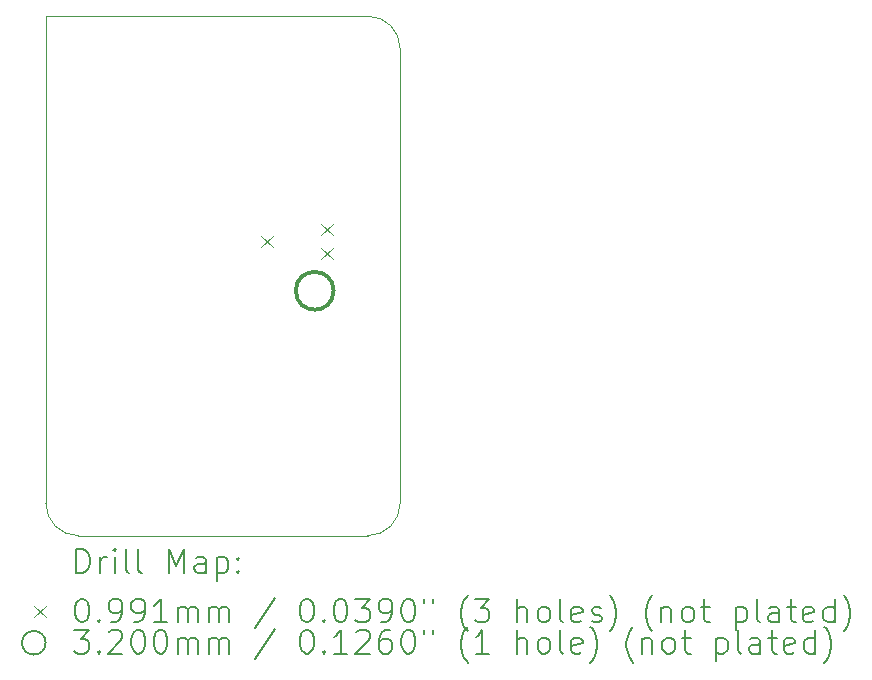
<source format=gbr>
%TF.GenerationSoftware,KiCad,Pcbnew,9.0.0*%
%TF.CreationDate,2025-03-18T22:56:01-07:00*%
%TF.ProjectId,timingGatesSTM32V1,74696d69-6e67-4476-9174-657353544d33,rev?*%
%TF.SameCoordinates,Original*%
%TF.FileFunction,Drillmap*%
%TF.FilePolarity,Positive*%
%FSLAX45Y45*%
G04 Gerber Fmt 4.5, Leading zero omitted, Abs format (unit mm)*
G04 Created by KiCad (PCBNEW 9.0.0) date 2025-03-18 22:56:01*
%MOMM*%
%LPD*%
G01*
G04 APERTURE LIST*
%ADD10C,0.050000*%
%ADD11C,0.200000*%
%ADD12C,0.100000*%
%ADD13C,0.320000*%
G04 APERTURE END LIST*
D10*
X6324000Y-8524000D02*
G75*
G02*
X6334000Y-8514000I10000J0D01*
G01*
X9049000Y-12914000D02*
X6599000Y-12914000D01*
X6324000Y-12639000D02*
X6324000Y-8524000D01*
X9324000Y-8789000D02*
X9324000Y-12639000D01*
X6334000Y-8514000D02*
X9049000Y-8514000D01*
X9324000Y-12639000D02*
G75*
G02*
X9049000Y-12914000I-275000J0D01*
G01*
X9049000Y-8514000D02*
G75*
G02*
X9324000Y-8789000I0J-275000D01*
G01*
X6599000Y-12914000D02*
G75*
G02*
X6324000Y-12639000I0J275000D01*
G01*
D11*
D12*
X8146470Y-10373970D02*
X8245530Y-10473030D01*
X8245530Y-10373970D02*
X8146470Y-10473030D01*
X8654470Y-10272370D02*
X8753530Y-10371430D01*
X8753530Y-10272370D02*
X8654470Y-10371430D01*
X8654470Y-10475570D02*
X8753530Y-10574630D01*
X8753530Y-10475570D02*
X8654470Y-10574630D01*
D13*
X8760000Y-10840000D02*
G75*
G02*
X8440000Y-10840000I-160000J0D01*
G01*
X8440000Y-10840000D02*
G75*
G02*
X8760000Y-10840000I160000J0D01*
G01*
D11*
X6582277Y-13227984D02*
X6582277Y-13027984D01*
X6582277Y-13027984D02*
X6629896Y-13027984D01*
X6629896Y-13027984D02*
X6658467Y-13037508D01*
X6658467Y-13037508D02*
X6677515Y-13056555D01*
X6677515Y-13056555D02*
X6687039Y-13075603D01*
X6687039Y-13075603D02*
X6696562Y-13113698D01*
X6696562Y-13113698D02*
X6696562Y-13142269D01*
X6696562Y-13142269D02*
X6687039Y-13180365D01*
X6687039Y-13180365D02*
X6677515Y-13199412D01*
X6677515Y-13199412D02*
X6658467Y-13218460D01*
X6658467Y-13218460D02*
X6629896Y-13227984D01*
X6629896Y-13227984D02*
X6582277Y-13227984D01*
X6782277Y-13227984D02*
X6782277Y-13094650D01*
X6782277Y-13132746D02*
X6791801Y-13113698D01*
X6791801Y-13113698D02*
X6801324Y-13104174D01*
X6801324Y-13104174D02*
X6820372Y-13094650D01*
X6820372Y-13094650D02*
X6839420Y-13094650D01*
X6906086Y-13227984D02*
X6906086Y-13094650D01*
X6906086Y-13027984D02*
X6896562Y-13037508D01*
X6896562Y-13037508D02*
X6906086Y-13047031D01*
X6906086Y-13047031D02*
X6915610Y-13037508D01*
X6915610Y-13037508D02*
X6906086Y-13027984D01*
X6906086Y-13027984D02*
X6906086Y-13047031D01*
X7029896Y-13227984D02*
X7010848Y-13218460D01*
X7010848Y-13218460D02*
X7001324Y-13199412D01*
X7001324Y-13199412D02*
X7001324Y-13027984D01*
X7134658Y-13227984D02*
X7115610Y-13218460D01*
X7115610Y-13218460D02*
X7106086Y-13199412D01*
X7106086Y-13199412D02*
X7106086Y-13027984D01*
X7363229Y-13227984D02*
X7363229Y-13027984D01*
X7363229Y-13027984D02*
X7429896Y-13170841D01*
X7429896Y-13170841D02*
X7496562Y-13027984D01*
X7496562Y-13027984D02*
X7496562Y-13227984D01*
X7677515Y-13227984D02*
X7677515Y-13123222D01*
X7677515Y-13123222D02*
X7667991Y-13104174D01*
X7667991Y-13104174D02*
X7648943Y-13094650D01*
X7648943Y-13094650D02*
X7610848Y-13094650D01*
X7610848Y-13094650D02*
X7591801Y-13104174D01*
X7677515Y-13218460D02*
X7658467Y-13227984D01*
X7658467Y-13227984D02*
X7610848Y-13227984D01*
X7610848Y-13227984D02*
X7591801Y-13218460D01*
X7591801Y-13218460D02*
X7582277Y-13199412D01*
X7582277Y-13199412D02*
X7582277Y-13180365D01*
X7582277Y-13180365D02*
X7591801Y-13161317D01*
X7591801Y-13161317D02*
X7610848Y-13151793D01*
X7610848Y-13151793D02*
X7658467Y-13151793D01*
X7658467Y-13151793D02*
X7677515Y-13142269D01*
X7772753Y-13094650D02*
X7772753Y-13294650D01*
X7772753Y-13104174D02*
X7791801Y-13094650D01*
X7791801Y-13094650D02*
X7829896Y-13094650D01*
X7829896Y-13094650D02*
X7848943Y-13104174D01*
X7848943Y-13104174D02*
X7858467Y-13113698D01*
X7858467Y-13113698D02*
X7867991Y-13132746D01*
X7867991Y-13132746D02*
X7867991Y-13189888D01*
X7867991Y-13189888D02*
X7858467Y-13208936D01*
X7858467Y-13208936D02*
X7848943Y-13218460D01*
X7848943Y-13218460D02*
X7829896Y-13227984D01*
X7829896Y-13227984D02*
X7791801Y-13227984D01*
X7791801Y-13227984D02*
X7772753Y-13218460D01*
X7953705Y-13208936D02*
X7963229Y-13218460D01*
X7963229Y-13218460D02*
X7953705Y-13227984D01*
X7953705Y-13227984D02*
X7944182Y-13218460D01*
X7944182Y-13218460D02*
X7953705Y-13208936D01*
X7953705Y-13208936D02*
X7953705Y-13227984D01*
X7953705Y-13104174D02*
X7963229Y-13113698D01*
X7963229Y-13113698D02*
X7953705Y-13123222D01*
X7953705Y-13123222D02*
X7944182Y-13113698D01*
X7944182Y-13113698D02*
X7953705Y-13104174D01*
X7953705Y-13104174D02*
X7953705Y-13123222D01*
D12*
X6222440Y-13506970D02*
X6321500Y-13606030D01*
X6321500Y-13506970D02*
X6222440Y-13606030D01*
D11*
X6620372Y-13447984D02*
X6639420Y-13447984D01*
X6639420Y-13447984D02*
X6658467Y-13457508D01*
X6658467Y-13457508D02*
X6667991Y-13467031D01*
X6667991Y-13467031D02*
X6677515Y-13486079D01*
X6677515Y-13486079D02*
X6687039Y-13524174D01*
X6687039Y-13524174D02*
X6687039Y-13571793D01*
X6687039Y-13571793D02*
X6677515Y-13609888D01*
X6677515Y-13609888D02*
X6667991Y-13628936D01*
X6667991Y-13628936D02*
X6658467Y-13638460D01*
X6658467Y-13638460D02*
X6639420Y-13647984D01*
X6639420Y-13647984D02*
X6620372Y-13647984D01*
X6620372Y-13647984D02*
X6601324Y-13638460D01*
X6601324Y-13638460D02*
X6591801Y-13628936D01*
X6591801Y-13628936D02*
X6582277Y-13609888D01*
X6582277Y-13609888D02*
X6572753Y-13571793D01*
X6572753Y-13571793D02*
X6572753Y-13524174D01*
X6572753Y-13524174D02*
X6582277Y-13486079D01*
X6582277Y-13486079D02*
X6591801Y-13467031D01*
X6591801Y-13467031D02*
X6601324Y-13457508D01*
X6601324Y-13457508D02*
X6620372Y-13447984D01*
X6772753Y-13628936D02*
X6782277Y-13638460D01*
X6782277Y-13638460D02*
X6772753Y-13647984D01*
X6772753Y-13647984D02*
X6763229Y-13638460D01*
X6763229Y-13638460D02*
X6772753Y-13628936D01*
X6772753Y-13628936D02*
X6772753Y-13647984D01*
X6877515Y-13647984D02*
X6915610Y-13647984D01*
X6915610Y-13647984D02*
X6934658Y-13638460D01*
X6934658Y-13638460D02*
X6944182Y-13628936D01*
X6944182Y-13628936D02*
X6963229Y-13600365D01*
X6963229Y-13600365D02*
X6972753Y-13562269D01*
X6972753Y-13562269D02*
X6972753Y-13486079D01*
X6972753Y-13486079D02*
X6963229Y-13467031D01*
X6963229Y-13467031D02*
X6953705Y-13457508D01*
X6953705Y-13457508D02*
X6934658Y-13447984D01*
X6934658Y-13447984D02*
X6896562Y-13447984D01*
X6896562Y-13447984D02*
X6877515Y-13457508D01*
X6877515Y-13457508D02*
X6867991Y-13467031D01*
X6867991Y-13467031D02*
X6858467Y-13486079D01*
X6858467Y-13486079D02*
X6858467Y-13533698D01*
X6858467Y-13533698D02*
X6867991Y-13552746D01*
X6867991Y-13552746D02*
X6877515Y-13562269D01*
X6877515Y-13562269D02*
X6896562Y-13571793D01*
X6896562Y-13571793D02*
X6934658Y-13571793D01*
X6934658Y-13571793D02*
X6953705Y-13562269D01*
X6953705Y-13562269D02*
X6963229Y-13552746D01*
X6963229Y-13552746D02*
X6972753Y-13533698D01*
X7067991Y-13647984D02*
X7106086Y-13647984D01*
X7106086Y-13647984D02*
X7125134Y-13638460D01*
X7125134Y-13638460D02*
X7134658Y-13628936D01*
X7134658Y-13628936D02*
X7153705Y-13600365D01*
X7153705Y-13600365D02*
X7163229Y-13562269D01*
X7163229Y-13562269D02*
X7163229Y-13486079D01*
X7163229Y-13486079D02*
X7153705Y-13467031D01*
X7153705Y-13467031D02*
X7144182Y-13457508D01*
X7144182Y-13457508D02*
X7125134Y-13447984D01*
X7125134Y-13447984D02*
X7087039Y-13447984D01*
X7087039Y-13447984D02*
X7067991Y-13457508D01*
X7067991Y-13457508D02*
X7058467Y-13467031D01*
X7058467Y-13467031D02*
X7048943Y-13486079D01*
X7048943Y-13486079D02*
X7048943Y-13533698D01*
X7048943Y-13533698D02*
X7058467Y-13552746D01*
X7058467Y-13552746D02*
X7067991Y-13562269D01*
X7067991Y-13562269D02*
X7087039Y-13571793D01*
X7087039Y-13571793D02*
X7125134Y-13571793D01*
X7125134Y-13571793D02*
X7144182Y-13562269D01*
X7144182Y-13562269D02*
X7153705Y-13552746D01*
X7153705Y-13552746D02*
X7163229Y-13533698D01*
X7353705Y-13647984D02*
X7239420Y-13647984D01*
X7296562Y-13647984D02*
X7296562Y-13447984D01*
X7296562Y-13447984D02*
X7277515Y-13476555D01*
X7277515Y-13476555D02*
X7258467Y-13495603D01*
X7258467Y-13495603D02*
X7239420Y-13505127D01*
X7439420Y-13647984D02*
X7439420Y-13514650D01*
X7439420Y-13533698D02*
X7448943Y-13524174D01*
X7448943Y-13524174D02*
X7467991Y-13514650D01*
X7467991Y-13514650D02*
X7496563Y-13514650D01*
X7496563Y-13514650D02*
X7515610Y-13524174D01*
X7515610Y-13524174D02*
X7525134Y-13543222D01*
X7525134Y-13543222D02*
X7525134Y-13647984D01*
X7525134Y-13543222D02*
X7534658Y-13524174D01*
X7534658Y-13524174D02*
X7553705Y-13514650D01*
X7553705Y-13514650D02*
X7582277Y-13514650D01*
X7582277Y-13514650D02*
X7601324Y-13524174D01*
X7601324Y-13524174D02*
X7610848Y-13543222D01*
X7610848Y-13543222D02*
X7610848Y-13647984D01*
X7706086Y-13647984D02*
X7706086Y-13514650D01*
X7706086Y-13533698D02*
X7715610Y-13524174D01*
X7715610Y-13524174D02*
X7734658Y-13514650D01*
X7734658Y-13514650D02*
X7763229Y-13514650D01*
X7763229Y-13514650D02*
X7782277Y-13524174D01*
X7782277Y-13524174D02*
X7791801Y-13543222D01*
X7791801Y-13543222D02*
X7791801Y-13647984D01*
X7791801Y-13543222D02*
X7801324Y-13524174D01*
X7801324Y-13524174D02*
X7820372Y-13514650D01*
X7820372Y-13514650D02*
X7848943Y-13514650D01*
X7848943Y-13514650D02*
X7867991Y-13524174D01*
X7867991Y-13524174D02*
X7877515Y-13543222D01*
X7877515Y-13543222D02*
X7877515Y-13647984D01*
X8267991Y-13438460D02*
X8096563Y-13695603D01*
X8525134Y-13447984D02*
X8544182Y-13447984D01*
X8544182Y-13447984D02*
X8563229Y-13457508D01*
X8563229Y-13457508D02*
X8572753Y-13467031D01*
X8572753Y-13467031D02*
X8582277Y-13486079D01*
X8582277Y-13486079D02*
X8591801Y-13524174D01*
X8591801Y-13524174D02*
X8591801Y-13571793D01*
X8591801Y-13571793D02*
X8582277Y-13609888D01*
X8582277Y-13609888D02*
X8572753Y-13628936D01*
X8572753Y-13628936D02*
X8563229Y-13638460D01*
X8563229Y-13638460D02*
X8544182Y-13647984D01*
X8544182Y-13647984D02*
X8525134Y-13647984D01*
X8525134Y-13647984D02*
X8506087Y-13638460D01*
X8506087Y-13638460D02*
X8496563Y-13628936D01*
X8496563Y-13628936D02*
X8487039Y-13609888D01*
X8487039Y-13609888D02*
X8477515Y-13571793D01*
X8477515Y-13571793D02*
X8477515Y-13524174D01*
X8477515Y-13524174D02*
X8487039Y-13486079D01*
X8487039Y-13486079D02*
X8496563Y-13467031D01*
X8496563Y-13467031D02*
X8506087Y-13457508D01*
X8506087Y-13457508D02*
X8525134Y-13447984D01*
X8677515Y-13628936D02*
X8687039Y-13638460D01*
X8687039Y-13638460D02*
X8677515Y-13647984D01*
X8677515Y-13647984D02*
X8667991Y-13638460D01*
X8667991Y-13638460D02*
X8677515Y-13628936D01*
X8677515Y-13628936D02*
X8677515Y-13647984D01*
X8810848Y-13447984D02*
X8829896Y-13447984D01*
X8829896Y-13447984D02*
X8848944Y-13457508D01*
X8848944Y-13457508D02*
X8858468Y-13467031D01*
X8858468Y-13467031D02*
X8867991Y-13486079D01*
X8867991Y-13486079D02*
X8877515Y-13524174D01*
X8877515Y-13524174D02*
X8877515Y-13571793D01*
X8877515Y-13571793D02*
X8867991Y-13609888D01*
X8867991Y-13609888D02*
X8858468Y-13628936D01*
X8858468Y-13628936D02*
X8848944Y-13638460D01*
X8848944Y-13638460D02*
X8829896Y-13647984D01*
X8829896Y-13647984D02*
X8810848Y-13647984D01*
X8810848Y-13647984D02*
X8791801Y-13638460D01*
X8791801Y-13638460D02*
X8782277Y-13628936D01*
X8782277Y-13628936D02*
X8772753Y-13609888D01*
X8772753Y-13609888D02*
X8763229Y-13571793D01*
X8763229Y-13571793D02*
X8763229Y-13524174D01*
X8763229Y-13524174D02*
X8772753Y-13486079D01*
X8772753Y-13486079D02*
X8782277Y-13467031D01*
X8782277Y-13467031D02*
X8791801Y-13457508D01*
X8791801Y-13457508D02*
X8810848Y-13447984D01*
X8944182Y-13447984D02*
X9067991Y-13447984D01*
X9067991Y-13447984D02*
X9001325Y-13524174D01*
X9001325Y-13524174D02*
X9029896Y-13524174D01*
X9029896Y-13524174D02*
X9048944Y-13533698D01*
X9048944Y-13533698D02*
X9058468Y-13543222D01*
X9058468Y-13543222D02*
X9067991Y-13562269D01*
X9067991Y-13562269D02*
X9067991Y-13609888D01*
X9067991Y-13609888D02*
X9058468Y-13628936D01*
X9058468Y-13628936D02*
X9048944Y-13638460D01*
X9048944Y-13638460D02*
X9029896Y-13647984D01*
X9029896Y-13647984D02*
X8972753Y-13647984D01*
X8972753Y-13647984D02*
X8953706Y-13638460D01*
X8953706Y-13638460D02*
X8944182Y-13628936D01*
X9163229Y-13647984D02*
X9201325Y-13647984D01*
X9201325Y-13647984D02*
X9220372Y-13638460D01*
X9220372Y-13638460D02*
X9229896Y-13628936D01*
X9229896Y-13628936D02*
X9248944Y-13600365D01*
X9248944Y-13600365D02*
X9258468Y-13562269D01*
X9258468Y-13562269D02*
X9258468Y-13486079D01*
X9258468Y-13486079D02*
X9248944Y-13467031D01*
X9248944Y-13467031D02*
X9239420Y-13457508D01*
X9239420Y-13457508D02*
X9220372Y-13447984D01*
X9220372Y-13447984D02*
X9182277Y-13447984D01*
X9182277Y-13447984D02*
X9163229Y-13457508D01*
X9163229Y-13457508D02*
X9153706Y-13467031D01*
X9153706Y-13467031D02*
X9144182Y-13486079D01*
X9144182Y-13486079D02*
X9144182Y-13533698D01*
X9144182Y-13533698D02*
X9153706Y-13552746D01*
X9153706Y-13552746D02*
X9163229Y-13562269D01*
X9163229Y-13562269D02*
X9182277Y-13571793D01*
X9182277Y-13571793D02*
X9220372Y-13571793D01*
X9220372Y-13571793D02*
X9239420Y-13562269D01*
X9239420Y-13562269D02*
X9248944Y-13552746D01*
X9248944Y-13552746D02*
X9258468Y-13533698D01*
X9382277Y-13447984D02*
X9401325Y-13447984D01*
X9401325Y-13447984D02*
X9420372Y-13457508D01*
X9420372Y-13457508D02*
X9429896Y-13467031D01*
X9429896Y-13467031D02*
X9439420Y-13486079D01*
X9439420Y-13486079D02*
X9448944Y-13524174D01*
X9448944Y-13524174D02*
X9448944Y-13571793D01*
X9448944Y-13571793D02*
X9439420Y-13609888D01*
X9439420Y-13609888D02*
X9429896Y-13628936D01*
X9429896Y-13628936D02*
X9420372Y-13638460D01*
X9420372Y-13638460D02*
X9401325Y-13647984D01*
X9401325Y-13647984D02*
X9382277Y-13647984D01*
X9382277Y-13647984D02*
X9363229Y-13638460D01*
X9363229Y-13638460D02*
X9353706Y-13628936D01*
X9353706Y-13628936D02*
X9344182Y-13609888D01*
X9344182Y-13609888D02*
X9334658Y-13571793D01*
X9334658Y-13571793D02*
X9334658Y-13524174D01*
X9334658Y-13524174D02*
X9344182Y-13486079D01*
X9344182Y-13486079D02*
X9353706Y-13467031D01*
X9353706Y-13467031D02*
X9363229Y-13457508D01*
X9363229Y-13457508D02*
X9382277Y-13447984D01*
X9525134Y-13447984D02*
X9525134Y-13486079D01*
X9601325Y-13447984D02*
X9601325Y-13486079D01*
X9896563Y-13724174D02*
X9887039Y-13714650D01*
X9887039Y-13714650D02*
X9867991Y-13686079D01*
X9867991Y-13686079D02*
X9858468Y-13667031D01*
X9858468Y-13667031D02*
X9848944Y-13638460D01*
X9848944Y-13638460D02*
X9839420Y-13590841D01*
X9839420Y-13590841D02*
X9839420Y-13552746D01*
X9839420Y-13552746D02*
X9848944Y-13505127D01*
X9848944Y-13505127D02*
X9858468Y-13476555D01*
X9858468Y-13476555D02*
X9867991Y-13457508D01*
X9867991Y-13457508D02*
X9887039Y-13428936D01*
X9887039Y-13428936D02*
X9896563Y-13419412D01*
X9953706Y-13447984D02*
X10077515Y-13447984D01*
X10077515Y-13447984D02*
X10010849Y-13524174D01*
X10010849Y-13524174D02*
X10039420Y-13524174D01*
X10039420Y-13524174D02*
X10058468Y-13533698D01*
X10058468Y-13533698D02*
X10067991Y-13543222D01*
X10067991Y-13543222D02*
X10077515Y-13562269D01*
X10077515Y-13562269D02*
X10077515Y-13609888D01*
X10077515Y-13609888D02*
X10067991Y-13628936D01*
X10067991Y-13628936D02*
X10058468Y-13638460D01*
X10058468Y-13638460D02*
X10039420Y-13647984D01*
X10039420Y-13647984D02*
X9982277Y-13647984D01*
X9982277Y-13647984D02*
X9963230Y-13638460D01*
X9963230Y-13638460D02*
X9953706Y-13628936D01*
X10315611Y-13647984D02*
X10315611Y-13447984D01*
X10401325Y-13647984D02*
X10401325Y-13543222D01*
X10401325Y-13543222D02*
X10391801Y-13524174D01*
X10391801Y-13524174D02*
X10372753Y-13514650D01*
X10372753Y-13514650D02*
X10344182Y-13514650D01*
X10344182Y-13514650D02*
X10325134Y-13524174D01*
X10325134Y-13524174D02*
X10315611Y-13533698D01*
X10525134Y-13647984D02*
X10506087Y-13638460D01*
X10506087Y-13638460D02*
X10496563Y-13628936D01*
X10496563Y-13628936D02*
X10487039Y-13609888D01*
X10487039Y-13609888D02*
X10487039Y-13552746D01*
X10487039Y-13552746D02*
X10496563Y-13533698D01*
X10496563Y-13533698D02*
X10506087Y-13524174D01*
X10506087Y-13524174D02*
X10525134Y-13514650D01*
X10525134Y-13514650D02*
X10553706Y-13514650D01*
X10553706Y-13514650D02*
X10572753Y-13524174D01*
X10572753Y-13524174D02*
X10582277Y-13533698D01*
X10582277Y-13533698D02*
X10591801Y-13552746D01*
X10591801Y-13552746D02*
X10591801Y-13609888D01*
X10591801Y-13609888D02*
X10582277Y-13628936D01*
X10582277Y-13628936D02*
X10572753Y-13638460D01*
X10572753Y-13638460D02*
X10553706Y-13647984D01*
X10553706Y-13647984D02*
X10525134Y-13647984D01*
X10706087Y-13647984D02*
X10687039Y-13638460D01*
X10687039Y-13638460D02*
X10677515Y-13619412D01*
X10677515Y-13619412D02*
X10677515Y-13447984D01*
X10858468Y-13638460D02*
X10839420Y-13647984D01*
X10839420Y-13647984D02*
X10801325Y-13647984D01*
X10801325Y-13647984D02*
X10782277Y-13638460D01*
X10782277Y-13638460D02*
X10772753Y-13619412D01*
X10772753Y-13619412D02*
X10772753Y-13543222D01*
X10772753Y-13543222D02*
X10782277Y-13524174D01*
X10782277Y-13524174D02*
X10801325Y-13514650D01*
X10801325Y-13514650D02*
X10839420Y-13514650D01*
X10839420Y-13514650D02*
X10858468Y-13524174D01*
X10858468Y-13524174D02*
X10867992Y-13543222D01*
X10867992Y-13543222D02*
X10867992Y-13562269D01*
X10867992Y-13562269D02*
X10772753Y-13581317D01*
X10944182Y-13638460D02*
X10963230Y-13647984D01*
X10963230Y-13647984D02*
X11001325Y-13647984D01*
X11001325Y-13647984D02*
X11020373Y-13638460D01*
X11020373Y-13638460D02*
X11029896Y-13619412D01*
X11029896Y-13619412D02*
X11029896Y-13609888D01*
X11029896Y-13609888D02*
X11020373Y-13590841D01*
X11020373Y-13590841D02*
X11001325Y-13581317D01*
X11001325Y-13581317D02*
X10972753Y-13581317D01*
X10972753Y-13581317D02*
X10953706Y-13571793D01*
X10953706Y-13571793D02*
X10944182Y-13552746D01*
X10944182Y-13552746D02*
X10944182Y-13543222D01*
X10944182Y-13543222D02*
X10953706Y-13524174D01*
X10953706Y-13524174D02*
X10972753Y-13514650D01*
X10972753Y-13514650D02*
X11001325Y-13514650D01*
X11001325Y-13514650D02*
X11020373Y-13524174D01*
X11096563Y-13724174D02*
X11106087Y-13714650D01*
X11106087Y-13714650D02*
X11125134Y-13686079D01*
X11125134Y-13686079D02*
X11134658Y-13667031D01*
X11134658Y-13667031D02*
X11144182Y-13638460D01*
X11144182Y-13638460D02*
X11153706Y-13590841D01*
X11153706Y-13590841D02*
X11153706Y-13552746D01*
X11153706Y-13552746D02*
X11144182Y-13505127D01*
X11144182Y-13505127D02*
X11134658Y-13476555D01*
X11134658Y-13476555D02*
X11125134Y-13457508D01*
X11125134Y-13457508D02*
X11106087Y-13428936D01*
X11106087Y-13428936D02*
X11096563Y-13419412D01*
X11458468Y-13724174D02*
X11448944Y-13714650D01*
X11448944Y-13714650D02*
X11429896Y-13686079D01*
X11429896Y-13686079D02*
X11420372Y-13667031D01*
X11420372Y-13667031D02*
X11410849Y-13638460D01*
X11410849Y-13638460D02*
X11401325Y-13590841D01*
X11401325Y-13590841D02*
X11401325Y-13552746D01*
X11401325Y-13552746D02*
X11410849Y-13505127D01*
X11410849Y-13505127D02*
X11420372Y-13476555D01*
X11420372Y-13476555D02*
X11429896Y-13457508D01*
X11429896Y-13457508D02*
X11448944Y-13428936D01*
X11448944Y-13428936D02*
X11458468Y-13419412D01*
X11534658Y-13514650D02*
X11534658Y-13647984D01*
X11534658Y-13533698D02*
X11544182Y-13524174D01*
X11544182Y-13524174D02*
X11563230Y-13514650D01*
X11563230Y-13514650D02*
X11591801Y-13514650D01*
X11591801Y-13514650D02*
X11610849Y-13524174D01*
X11610849Y-13524174D02*
X11620372Y-13543222D01*
X11620372Y-13543222D02*
X11620372Y-13647984D01*
X11744182Y-13647984D02*
X11725134Y-13638460D01*
X11725134Y-13638460D02*
X11715611Y-13628936D01*
X11715611Y-13628936D02*
X11706087Y-13609888D01*
X11706087Y-13609888D02*
X11706087Y-13552746D01*
X11706087Y-13552746D02*
X11715611Y-13533698D01*
X11715611Y-13533698D02*
X11725134Y-13524174D01*
X11725134Y-13524174D02*
X11744182Y-13514650D01*
X11744182Y-13514650D02*
X11772753Y-13514650D01*
X11772753Y-13514650D02*
X11791801Y-13524174D01*
X11791801Y-13524174D02*
X11801325Y-13533698D01*
X11801325Y-13533698D02*
X11810849Y-13552746D01*
X11810849Y-13552746D02*
X11810849Y-13609888D01*
X11810849Y-13609888D02*
X11801325Y-13628936D01*
X11801325Y-13628936D02*
X11791801Y-13638460D01*
X11791801Y-13638460D02*
X11772753Y-13647984D01*
X11772753Y-13647984D02*
X11744182Y-13647984D01*
X11867992Y-13514650D02*
X11944182Y-13514650D01*
X11896563Y-13447984D02*
X11896563Y-13619412D01*
X11896563Y-13619412D02*
X11906087Y-13638460D01*
X11906087Y-13638460D02*
X11925134Y-13647984D01*
X11925134Y-13647984D02*
X11944182Y-13647984D01*
X12163230Y-13514650D02*
X12163230Y-13714650D01*
X12163230Y-13524174D02*
X12182277Y-13514650D01*
X12182277Y-13514650D02*
X12220373Y-13514650D01*
X12220373Y-13514650D02*
X12239420Y-13524174D01*
X12239420Y-13524174D02*
X12248944Y-13533698D01*
X12248944Y-13533698D02*
X12258468Y-13552746D01*
X12258468Y-13552746D02*
X12258468Y-13609888D01*
X12258468Y-13609888D02*
X12248944Y-13628936D01*
X12248944Y-13628936D02*
X12239420Y-13638460D01*
X12239420Y-13638460D02*
X12220373Y-13647984D01*
X12220373Y-13647984D02*
X12182277Y-13647984D01*
X12182277Y-13647984D02*
X12163230Y-13638460D01*
X12372753Y-13647984D02*
X12353706Y-13638460D01*
X12353706Y-13638460D02*
X12344182Y-13619412D01*
X12344182Y-13619412D02*
X12344182Y-13447984D01*
X12534658Y-13647984D02*
X12534658Y-13543222D01*
X12534658Y-13543222D02*
X12525134Y-13524174D01*
X12525134Y-13524174D02*
X12506087Y-13514650D01*
X12506087Y-13514650D02*
X12467992Y-13514650D01*
X12467992Y-13514650D02*
X12448944Y-13524174D01*
X12534658Y-13638460D02*
X12515611Y-13647984D01*
X12515611Y-13647984D02*
X12467992Y-13647984D01*
X12467992Y-13647984D02*
X12448944Y-13638460D01*
X12448944Y-13638460D02*
X12439420Y-13619412D01*
X12439420Y-13619412D02*
X12439420Y-13600365D01*
X12439420Y-13600365D02*
X12448944Y-13581317D01*
X12448944Y-13581317D02*
X12467992Y-13571793D01*
X12467992Y-13571793D02*
X12515611Y-13571793D01*
X12515611Y-13571793D02*
X12534658Y-13562269D01*
X12601325Y-13514650D02*
X12677515Y-13514650D01*
X12629896Y-13447984D02*
X12629896Y-13619412D01*
X12629896Y-13619412D02*
X12639420Y-13638460D01*
X12639420Y-13638460D02*
X12658468Y-13647984D01*
X12658468Y-13647984D02*
X12677515Y-13647984D01*
X12820373Y-13638460D02*
X12801325Y-13647984D01*
X12801325Y-13647984D02*
X12763230Y-13647984D01*
X12763230Y-13647984D02*
X12744182Y-13638460D01*
X12744182Y-13638460D02*
X12734658Y-13619412D01*
X12734658Y-13619412D02*
X12734658Y-13543222D01*
X12734658Y-13543222D02*
X12744182Y-13524174D01*
X12744182Y-13524174D02*
X12763230Y-13514650D01*
X12763230Y-13514650D02*
X12801325Y-13514650D01*
X12801325Y-13514650D02*
X12820373Y-13524174D01*
X12820373Y-13524174D02*
X12829896Y-13543222D01*
X12829896Y-13543222D02*
X12829896Y-13562269D01*
X12829896Y-13562269D02*
X12734658Y-13581317D01*
X13001325Y-13647984D02*
X13001325Y-13447984D01*
X13001325Y-13638460D02*
X12982277Y-13647984D01*
X12982277Y-13647984D02*
X12944182Y-13647984D01*
X12944182Y-13647984D02*
X12925134Y-13638460D01*
X12925134Y-13638460D02*
X12915611Y-13628936D01*
X12915611Y-13628936D02*
X12906087Y-13609888D01*
X12906087Y-13609888D02*
X12906087Y-13552746D01*
X12906087Y-13552746D02*
X12915611Y-13533698D01*
X12915611Y-13533698D02*
X12925134Y-13524174D01*
X12925134Y-13524174D02*
X12944182Y-13514650D01*
X12944182Y-13514650D02*
X12982277Y-13514650D01*
X12982277Y-13514650D02*
X13001325Y-13524174D01*
X13077515Y-13724174D02*
X13087039Y-13714650D01*
X13087039Y-13714650D02*
X13106087Y-13686079D01*
X13106087Y-13686079D02*
X13115611Y-13667031D01*
X13115611Y-13667031D02*
X13125134Y-13638460D01*
X13125134Y-13638460D02*
X13134658Y-13590841D01*
X13134658Y-13590841D02*
X13134658Y-13552746D01*
X13134658Y-13552746D02*
X13125134Y-13505127D01*
X13125134Y-13505127D02*
X13115611Y-13476555D01*
X13115611Y-13476555D02*
X13106087Y-13457508D01*
X13106087Y-13457508D02*
X13087039Y-13428936D01*
X13087039Y-13428936D02*
X13077515Y-13419412D01*
X6321500Y-13820500D02*
G75*
G02*
X6121500Y-13820500I-100000J0D01*
G01*
X6121500Y-13820500D02*
G75*
G02*
X6321500Y-13820500I100000J0D01*
G01*
X6563229Y-13711984D02*
X6687039Y-13711984D01*
X6687039Y-13711984D02*
X6620372Y-13788174D01*
X6620372Y-13788174D02*
X6648943Y-13788174D01*
X6648943Y-13788174D02*
X6667991Y-13797698D01*
X6667991Y-13797698D02*
X6677515Y-13807222D01*
X6677515Y-13807222D02*
X6687039Y-13826269D01*
X6687039Y-13826269D02*
X6687039Y-13873888D01*
X6687039Y-13873888D02*
X6677515Y-13892936D01*
X6677515Y-13892936D02*
X6667991Y-13902460D01*
X6667991Y-13902460D02*
X6648943Y-13911984D01*
X6648943Y-13911984D02*
X6591801Y-13911984D01*
X6591801Y-13911984D02*
X6572753Y-13902460D01*
X6572753Y-13902460D02*
X6563229Y-13892936D01*
X6772753Y-13892936D02*
X6782277Y-13902460D01*
X6782277Y-13902460D02*
X6772753Y-13911984D01*
X6772753Y-13911984D02*
X6763229Y-13902460D01*
X6763229Y-13902460D02*
X6772753Y-13892936D01*
X6772753Y-13892936D02*
X6772753Y-13911984D01*
X6858467Y-13731031D02*
X6867991Y-13721508D01*
X6867991Y-13721508D02*
X6887039Y-13711984D01*
X6887039Y-13711984D02*
X6934658Y-13711984D01*
X6934658Y-13711984D02*
X6953705Y-13721508D01*
X6953705Y-13721508D02*
X6963229Y-13731031D01*
X6963229Y-13731031D02*
X6972753Y-13750079D01*
X6972753Y-13750079D02*
X6972753Y-13769127D01*
X6972753Y-13769127D02*
X6963229Y-13797698D01*
X6963229Y-13797698D02*
X6848943Y-13911984D01*
X6848943Y-13911984D02*
X6972753Y-13911984D01*
X7096562Y-13711984D02*
X7115610Y-13711984D01*
X7115610Y-13711984D02*
X7134658Y-13721508D01*
X7134658Y-13721508D02*
X7144182Y-13731031D01*
X7144182Y-13731031D02*
X7153705Y-13750079D01*
X7153705Y-13750079D02*
X7163229Y-13788174D01*
X7163229Y-13788174D02*
X7163229Y-13835793D01*
X7163229Y-13835793D02*
X7153705Y-13873888D01*
X7153705Y-13873888D02*
X7144182Y-13892936D01*
X7144182Y-13892936D02*
X7134658Y-13902460D01*
X7134658Y-13902460D02*
X7115610Y-13911984D01*
X7115610Y-13911984D02*
X7096562Y-13911984D01*
X7096562Y-13911984D02*
X7077515Y-13902460D01*
X7077515Y-13902460D02*
X7067991Y-13892936D01*
X7067991Y-13892936D02*
X7058467Y-13873888D01*
X7058467Y-13873888D02*
X7048943Y-13835793D01*
X7048943Y-13835793D02*
X7048943Y-13788174D01*
X7048943Y-13788174D02*
X7058467Y-13750079D01*
X7058467Y-13750079D02*
X7067991Y-13731031D01*
X7067991Y-13731031D02*
X7077515Y-13721508D01*
X7077515Y-13721508D02*
X7096562Y-13711984D01*
X7287039Y-13711984D02*
X7306086Y-13711984D01*
X7306086Y-13711984D02*
X7325134Y-13721508D01*
X7325134Y-13721508D02*
X7334658Y-13731031D01*
X7334658Y-13731031D02*
X7344182Y-13750079D01*
X7344182Y-13750079D02*
X7353705Y-13788174D01*
X7353705Y-13788174D02*
X7353705Y-13835793D01*
X7353705Y-13835793D02*
X7344182Y-13873888D01*
X7344182Y-13873888D02*
X7334658Y-13892936D01*
X7334658Y-13892936D02*
X7325134Y-13902460D01*
X7325134Y-13902460D02*
X7306086Y-13911984D01*
X7306086Y-13911984D02*
X7287039Y-13911984D01*
X7287039Y-13911984D02*
X7267991Y-13902460D01*
X7267991Y-13902460D02*
X7258467Y-13892936D01*
X7258467Y-13892936D02*
X7248943Y-13873888D01*
X7248943Y-13873888D02*
X7239420Y-13835793D01*
X7239420Y-13835793D02*
X7239420Y-13788174D01*
X7239420Y-13788174D02*
X7248943Y-13750079D01*
X7248943Y-13750079D02*
X7258467Y-13731031D01*
X7258467Y-13731031D02*
X7267991Y-13721508D01*
X7267991Y-13721508D02*
X7287039Y-13711984D01*
X7439420Y-13911984D02*
X7439420Y-13778650D01*
X7439420Y-13797698D02*
X7448943Y-13788174D01*
X7448943Y-13788174D02*
X7467991Y-13778650D01*
X7467991Y-13778650D02*
X7496563Y-13778650D01*
X7496563Y-13778650D02*
X7515610Y-13788174D01*
X7515610Y-13788174D02*
X7525134Y-13807222D01*
X7525134Y-13807222D02*
X7525134Y-13911984D01*
X7525134Y-13807222D02*
X7534658Y-13788174D01*
X7534658Y-13788174D02*
X7553705Y-13778650D01*
X7553705Y-13778650D02*
X7582277Y-13778650D01*
X7582277Y-13778650D02*
X7601324Y-13788174D01*
X7601324Y-13788174D02*
X7610848Y-13807222D01*
X7610848Y-13807222D02*
X7610848Y-13911984D01*
X7706086Y-13911984D02*
X7706086Y-13778650D01*
X7706086Y-13797698D02*
X7715610Y-13788174D01*
X7715610Y-13788174D02*
X7734658Y-13778650D01*
X7734658Y-13778650D02*
X7763229Y-13778650D01*
X7763229Y-13778650D02*
X7782277Y-13788174D01*
X7782277Y-13788174D02*
X7791801Y-13807222D01*
X7791801Y-13807222D02*
X7791801Y-13911984D01*
X7791801Y-13807222D02*
X7801324Y-13788174D01*
X7801324Y-13788174D02*
X7820372Y-13778650D01*
X7820372Y-13778650D02*
X7848943Y-13778650D01*
X7848943Y-13778650D02*
X7867991Y-13788174D01*
X7867991Y-13788174D02*
X7877515Y-13807222D01*
X7877515Y-13807222D02*
X7877515Y-13911984D01*
X8267991Y-13702460D02*
X8096563Y-13959603D01*
X8525134Y-13711984D02*
X8544182Y-13711984D01*
X8544182Y-13711984D02*
X8563229Y-13721508D01*
X8563229Y-13721508D02*
X8572753Y-13731031D01*
X8572753Y-13731031D02*
X8582277Y-13750079D01*
X8582277Y-13750079D02*
X8591801Y-13788174D01*
X8591801Y-13788174D02*
X8591801Y-13835793D01*
X8591801Y-13835793D02*
X8582277Y-13873888D01*
X8582277Y-13873888D02*
X8572753Y-13892936D01*
X8572753Y-13892936D02*
X8563229Y-13902460D01*
X8563229Y-13902460D02*
X8544182Y-13911984D01*
X8544182Y-13911984D02*
X8525134Y-13911984D01*
X8525134Y-13911984D02*
X8506087Y-13902460D01*
X8506087Y-13902460D02*
X8496563Y-13892936D01*
X8496563Y-13892936D02*
X8487039Y-13873888D01*
X8487039Y-13873888D02*
X8477515Y-13835793D01*
X8477515Y-13835793D02*
X8477515Y-13788174D01*
X8477515Y-13788174D02*
X8487039Y-13750079D01*
X8487039Y-13750079D02*
X8496563Y-13731031D01*
X8496563Y-13731031D02*
X8506087Y-13721508D01*
X8506087Y-13721508D02*
X8525134Y-13711984D01*
X8677515Y-13892936D02*
X8687039Y-13902460D01*
X8687039Y-13902460D02*
X8677515Y-13911984D01*
X8677515Y-13911984D02*
X8667991Y-13902460D01*
X8667991Y-13902460D02*
X8677515Y-13892936D01*
X8677515Y-13892936D02*
X8677515Y-13911984D01*
X8877515Y-13911984D02*
X8763229Y-13911984D01*
X8820372Y-13911984D02*
X8820372Y-13711984D01*
X8820372Y-13711984D02*
X8801325Y-13740555D01*
X8801325Y-13740555D02*
X8782277Y-13759603D01*
X8782277Y-13759603D02*
X8763229Y-13769127D01*
X8953706Y-13731031D02*
X8963229Y-13721508D01*
X8963229Y-13721508D02*
X8982277Y-13711984D01*
X8982277Y-13711984D02*
X9029896Y-13711984D01*
X9029896Y-13711984D02*
X9048944Y-13721508D01*
X9048944Y-13721508D02*
X9058468Y-13731031D01*
X9058468Y-13731031D02*
X9067991Y-13750079D01*
X9067991Y-13750079D02*
X9067991Y-13769127D01*
X9067991Y-13769127D02*
X9058468Y-13797698D01*
X9058468Y-13797698D02*
X8944182Y-13911984D01*
X8944182Y-13911984D02*
X9067991Y-13911984D01*
X9239420Y-13711984D02*
X9201325Y-13711984D01*
X9201325Y-13711984D02*
X9182277Y-13721508D01*
X9182277Y-13721508D02*
X9172753Y-13731031D01*
X9172753Y-13731031D02*
X9153706Y-13759603D01*
X9153706Y-13759603D02*
X9144182Y-13797698D01*
X9144182Y-13797698D02*
X9144182Y-13873888D01*
X9144182Y-13873888D02*
X9153706Y-13892936D01*
X9153706Y-13892936D02*
X9163229Y-13902460D01*
X9163229Y-13902460D02*
X9182277Y-13911984D01*
X9182277Y-13911984D02*
X9220372Y-13911984D01*
X9220372Y-13911984D02*
X9239420Y-13902460D01*
X9239420Y-13902460D02*
X9248944Y-13892936D01*
X9248944Y-13892936D02*
X9258468Y-13873888D01*
X9258468Y-13873888D02*
X9258468Y-13826269D01*
X9258468Y-13826269D02*
X9248944Y-13807222D01*
X9248944Y-13807222D02*
X9239420Y-13797698D01*
X9239420Y-13797698D02*
X9220372Y-13788174D01*
X9220372Y-13788174D02*
X9182277Y-13788174D01*
X9182277Y-13788174D02*
X9163229Y-13797698D01*
X9163229Y-13797698D02*
X9153706Y-13807222D01*
X9153706Y-13807222D02*
X9144182Y-13826269D01*
X9382277Y-13711984D02*
X9401325Y-13711984D01*
X9401325Y-13711984D02*
X9420372Y-13721508D01*
X9420372Y-13721508D02*
X9429896Y-13731031D01*
X9429896Y-13731031D02*
X9439420Y-13750079D01*
X9439420Y-13750079D02*
X9448944Y-13788174D01*
X9448944Y-13788174D02*
X9448944Y-13835793D01*
X9448944Y-13835793D02*
X9439420Y-13873888D01*
X9439420Y-13873888D02*
X9429896Y-13892936D01*
X9429896Y-13892936D02*
X9420372Y-13902460D01*
X9420372Y-13902460D02*
X9401325Y-13911984D01*
X9401325Y-13911984D02*
X9382277Y-13911984D01*
X9382277Y-13911984D02*
X9363229Y-13902460D01*
X9363229Y-13902460D02*
X9353706Y-13892936D01*
X9353706Y-13892936D02*
X9344182Y-13873888D01*
X9344182Y-13873888D02*
X9334658Y-13835793D01*
X9334658Y-13835793D02*
X9334658Y-13788174D01*
X9334658Y-13788174D02*
X9344182Y-13750079D01*
X9344182Y-13750079D02*
X9353706Y-13731031D01*
X9353706Y-13731031D02*
X9363229Y-13721508D01*
X9363229Y-13721508D02*
X9382277Y-13711984D01*
X9525134Y-13711984D02*
X9525134Y-13750079D01*
X9601325Y-13711984D02*
X9601325Y-13750079D01*
X9896563Y-13988174D02*
X9887039Y-13978650D01*
X9887039Y-13978650D02*
X9867991Y-13950079D01*
X9867991Y-13950079D02*
X9858468Y-13931031D01*
X9858468Y-13931031D02*
X9848944Y-13902460D01*
X9848944Y-13902460D02*
X9839420Y-13854841D01*
X9839420Y-13854841D02*
X9839420Y-13816746D01*
X9839420Y-13816746D02*
X9848944Y-13769127D01*
X9848944Y-13769127D02*
X9858468Y-13740555D01*
X9858468Y-13740555D02*
X9867991Y-13721508D01*
X9867991Y-13721508D02*
X9887039Y-13692936D01*
X9887039Y-13692936D02*
X9896563Y-13683412D01*
X10077515Y-13911984D02*
X9963230Y-13911984D01*
X10020372Y-13911984D02*
X10020372Y-13711984D01*
X10020372Y-13711984D02*
X10001325Y-13740555D01*
X10001325Y-13740555D02*
X9982277Y-13759603D01*
X9982277Y-13759603D02*
X9963230Y-13769127D01*
X10315611Y-13911984D02*
X10315611Y-13711984D01*
X10401325Y-13911984D02*
X10401325Y-13807222D01*
X10401325Y-13807222D02*
X10391801Y-13788174D01*
X10391801Y-13788174D02*
X10372753Y-13778650D01*
X10372753Y-13778650D02*
X10344182Y-13778650D01*
X10344182Y-13778650D02*
X10325134Y-13788174D01*
X10325134Y-13788174D02*
X10315611Y-13797698D01*
X10525134Y-13911984D02*
X10506087Y-13902460D01*
X10506087Y-13902460D02*
X10496563Y-13892936D01*
X10496563Y-13892936D02*
X10487039Y-13873888D01*
X10487039Y-13873888D02*
X10487039Y-13816746D01*
X10487039Y-13816746D02*
X10496563Y-13797698D01*
X10496563Y-13797698D02*
X10506087Y-13788174D01*
X10506087Y-13788174D02*
X10525134Y-13778650D01*
X10525134Y-13778650D02*
X10553706Y-13778650D01*
X10553706Y-13778650D02*
X10572753Y-13788174D01*
X10572753Y-13788174D02*
X10582277Y-13797698D01*
X10582277Y-13797698D02*
X10591801Y-13816746D01*
X10591801Y-13816746D02*
X10591801Y-13873888D01*
X10591801Y-13873888D02*
X10582277Y-13892936D01*
X10582277Y-13892936D02*
X10572753Y-13902460D01*
X10572753Y-13902460D02*
X10553706Y-13911984D01*
X10553706Y-13911984D02*
X10525134Y-13911984D01*
X10706087Y-13911984D02*
X10687039Y-13902460D01*
X10687039Y-13902460D02*
X10677515Y-13883412D01*
X10677515Y-13883412D02*
X10677515Y-13711984D01*
X10858468Y-13902460D02*
X10839420Y-13911984D01*
X10839420Y-13911984D02*
X10801325Y-13911984D01*
X10801325Y-13911984D02*
X10782277Y-13902460D01*
X10782277Y-13902460D02*
X10772753Y-13883412D01*
X10772753Y-13883412D02*
X10772753Y-13807222D01*
X10772753Y-13807222D02*
X10782277Y-13788174D01*
X10782277Y-13788174D02*
X10801325Y-13778650D01*
X10801325Y-13778650D02*
X10839420Y-13778650D01*
X10839420Y-13778650D02*
X10858468Y-13788174D01*
X10858468Y-13788174D02*
X10867992Y-13807222D01*
X10867992Y-13807222D02*
X10867992Y-13826269D01*
X10867992Y-13826269D02*
X10772753Y-13845317D01*
X10934658Y-13988174D02*
X10944182Y-13978650D01*
X10944182Y-13978650D02*
X10963230Y-13950079D01*
X10963230Y-13950079D02*
X10972753Y-13931031D01*
X10972753Y-13931031D02*
X10982277Y-13902460D01*
X10982277Y-13902460D02*
X10991801Y-13854841D01*
X10991801Y-13854841D02*
X10991801Y-13816746D01*
X10991801Y-13816746D02*
X10982277Y-13769127D01*
X10982277Y-13769127D02*
X10972753Y-13740555D01*
X10972753Y-13740555D02*
X10963230Y-13721508D01*
X10963230Y-13721508D02*
X10944182Y-13692936D01*
X10944182Y-13692936D02*
X10934658Y-13683412D01*
X11296563Y-13988174D02*
X11287039Y-13978650D01*
X11287039Y-13978650D02*
X11267991Y-13950079D01*
X11267991Y-13950079D02*
X11258468Y-13931031D01*
X11258468Y-13931031D02*
X11248944Y-13902460D01*
X11248944Y-13902460D02*
X11239420Y-13854841D01*
X11239420Y-13854841D02*
X11239420Y-13816746D01*
X11239420Y-13816746D02*
X11248944Y-13769127D01*
X11248944Y-13769127D02*
X11258468Y-13740555D01*
X11258468Y-13740555D02*
X11267991Y-13721508D01*
X11267991Y-13721508D02*
X11287039Y-13692936D01*
X11287039Y-13692936D02*
X11296563Y-13683412D01*
X11372753Y-13778650D02*
X11372753Y-13911984D01*
X11372753Y-13797698D02*
X11382277Y-13788174D01*
X11382277Y-13788174D02*
X11401325Y-13778650D01*
X11401325Y-13778650D02*
X11429896Y-13778650D01*
X11429896Y-13778650D02*
X11448944Y-13788174D01*
X11448944Y-13788174D02*
X11458468Y-13807222D01*
X11458468Y-13807222D02*
X11458468Y-13911984D01*
X11582277Y-13911984D02*
X11563230Y-13902460D01*
X11563230Y-13902460D02*
X11553706Y-13892936D01*
X11553706Y-13892936D02*
X11544182Y-13873888D01*
X11544182Y-13873888D02*
X11544182Y-13816746D01*
X11544182Y-13816746D02*
X11553706Y-13797698D01*
X11553706Y-13797698D02*
X11563230Y-13788174D01*
X11563230Y-13788174D02*
X11582277Y-13778650D01*
X11582277Y-13778650D02*
X11610849Y-13778650D01*
X11610849Y-13778650D02*
X11629896Y-13788174D01*
X11629896Y-13788174D02*
X11639420Y-13797698D01*
X11639420Y-13797698D02*
X11648944Y-13816746D01*
X11648944Y-13816746D02*
X11648944Y-13873888D01*
X11648944Y-13873888D02*
X11639420Y-13892936D01*
X11639420Y-13892936D02*
X11629896Y-13902460D01*
X11629896Y-13902460D02*
X11610849Y-13911984D01*
X11610849Y-13911984D02*
X11582277Y-13911984D01*
X11706087Y-13778650D02*
X11782277Y-13778650D01*
X11734658Y-13711984D02*
X11734658Y-13883412D01*
X11734658Y-13883412D02*
X11744182Y-13902460D01*
X11744182Y-13902460D02*
X11763230Y-13911984D01*
X11763230Y-13911984D02*
X11782277Y-13911984D01*
X12001325Y-13778650D02*
X12001325Y-13978650D01*
X12001325Y-13788174D02*
X12020372Y-13778650D01*
X12020372Y-13778650D02*
X12058468Y-13778650D01*
X12058468Y-13778650D02*
X12077515Y-13788174D01*
X12077515Y-13788174D02*
X12087039Y-13797698D01*
X12087039Y-13797698D02*
X12096563Y-13816746D01*
X12096563Y-13816746D02*
X12096563Y-13873888D01*
X12096563Y-13873888D02*
X12087039Y-13892936D01*
X12087039Y-13892936D02*
X12077515Y-13902460D01*
X12077515Y-13902460D02*
X12058468Y-13911984D01*
X12058468Y-13911984D02*
X12020372Y-13911984D01*
X12020372Y-13911984D02*
X12001325Y-13902460D01*
X12210849Y-13911984D02*
X12191801Y-13902460D01*
X12191801Y-13902460D02*
X12182277Y-13883412D01*
X12182277Y-13883412D02*
X12182277Y-13711984D01*
X12372753Y-13911984D02*
X12372753Y-13807222D01*
X12372753Y-13807222D02*
X12363230Y-13788174D01*
X12363230Y-13788174D02*
X12344182Y-13778650D01*
X12344182Y-13778650D02*
X12306087Y-13778650D01*
X12306087Y-13778650D02*
X12287039Y-13788174D01*
X12372753Y-13902460D02*
X12353706Y-13911984D01*
X12353706Y-13911984D02*
X12306087Y-13911984D01*
X12306087Y-13911984D02*
X12287039Y-13902460D01*
X12287039Y-13902460D02*
X12277515Y-13883412D01*
X12277515Y-13883412D02*
X12277515Y-13864365D01*
X12277515Y-13864365D02*
X12287039Y-13845317D01*
X12287039Y-13845317D02*
X12306087Y-13835793D01*
X12306087Y-13835793D02*
X12353706Y-13835793D01*
X12353706Y-13835793D02*
X12372753Y-13826269D01*
X12439420Y-13778650D02*
X12515611Y-13778650D01*
X12467992Y-13711984D02*
X12467992Y-13883412D01*
X12467992Y-13883412D02*
X12477515Y-13902460D01*
X12477515Y-13902460D02*
X12496563Y-13911984D01*
X12496563Y-13911984D02*
X12515611Y-13911984D01*
X12658468Y-13902460D02*
X12639420Y-13911984D01*
X12639420Y-13911984D02*
X12601325Y-13911984D01*
X12601325Y-13911984D02*
X12582277Y-13902460D01*
X12582277Y-13902460D02*
X12572753Y-13883412D01*
X12572753Y-13883412D02*
X12572753Y-13807222D01*
X12572753Y-13807222D02*
X12582277Y-13788174D01*
X12582277Y-13788174D02*
X12601325Y-13778650D01*
X12601325Y-13778650D02*
X12639420Y-13778650D01*
X12639420Y-13778650D02*
X12658468Y-13788174D01*
X12658468Y-13788174D02*
X12667992Y-13807222D01*
X12667992Y-13807222D02*
X12667992Y-13826269D01*
X12667992Y-13826269D02*
X12572753Y-13845317D01*
X12839420Y-13911984D02*
X12839420Y-13711984D01*
X12839420Y-13902460D02*
X12820373Y-13911984D01*
X12820373Y-13911984D02*
X12782277Y-13911984D01*
X12782277Y-13911984D02*
X12763230Y-13902460D01*
X12763230Y-13902460D02*
X12753706Y-13892936D01*
X12753706Y-13892936D02*
X12744182Y-13873888D01*
X12744182Y-13873888D02*
X12744182Y-13816746D01*
X12744182Y-13816746D02*
X12753706Y-13797698D01*
X12753706Y-13797698D02*
X12763230Y-13788174D01*
X12763230Y-13788174D02*
X12782277Y-13778650D01*
X12782277Y-13778650D02*
X12820373Y-13778650D01*
X12820373Y-13778650D02*
X12839420Y-13788174D01*
X12915611Y-13988174D02*
X12925134Y-13978650D01*
X12925134Y-13978650D02*
X12944182Y-13950079D01*
X12944182Y-13950079D02*
X12953706Y-13931031D01*
X12953706Y-13931031D02*
X12963230Y-13902460D01*
X12963230Y-13902460D02*
X12972753Y-13854841D01*
X12972753Y-13854841D02*
X12972753Y-13816746D01*
X12972753Y-13816746D02*
X12963230Y-13769127D01*
X12963230Y-13769127D02*
X12953706Y-13740555D01*
X12953706Y-13740555D02*
X12944182Y-13721508D01*
X12944182Y-13721508D02*
X12925134Y-13692936D01*
X12925134Y-13692936D02*
X12915611Y-13683412D01*
M02*

</source>
